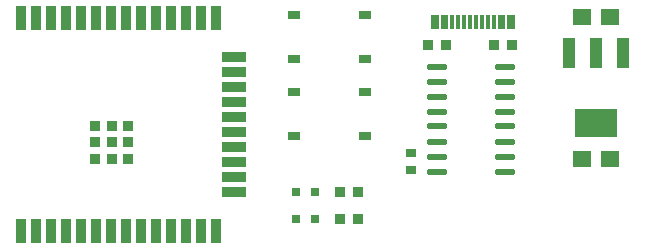
<source format=gtp>
G04 #@! TF.GenerationSoftware,KiCad,Pcbnew,8.0.7-8.0.7-0~ubuntu22.04.1*
G04 #@! TF.CreationDate,2025-01-18T09:20:26+01:00*
G04 #@! TF.ProjectId,esp32_boilerplate,65737033-325f-4626-9f69-6c6572706c61,rev?*
G04 #@! TF.SameCoordinates,Original*
G04 #@! TF.FileFunction,Paste,Top*
G04 #@! TF.FilePolarity,Positive*
%FSLAX46Y46*%
G04 Gerber Fmt 4.6, Leading zero omitted, Abs format (unit mm)*
G04 Created by KiCad (PCBNEW 8.0.7-8.0.7-0~ubuntu22.04.1) date 2025-01-18 09:20:26*
%MOMM*%
%LPD*%
G01*
G04 APERTURE LIST*
%ADD10R,1.100000X2.500000*%
%ADD11R,3.600000X2.340000*%
%ADD12R,0.300000X1.300000*%
%ADD13R,0.900000X0.800000*%
%ADD14R,0.950000X2.100000*%
%ADD15R,2.100000X0.950000*%
%ADD16R,0.900000X0.900000*%
%ADD17R,1.500000X1.360000*%
%ADD18R,0.810000X0.860000*%
%ADD19O,1.750000X0.560000*%
%ADD20R,1.000000X0.750000*%
%ADD21R,0.800000X0.800000*%
G04 APERTURE END LIST*
D10*
G04 #@! TO.C,U2*
X52900000Y-8852000D03*
X50600000Y-8852000D03*
X48300000Y-8852000D03*
D11*
X50600000Y-14792000D03*
G04 #@! TD*
D12*
G04 #@! TO.C,USBC1*
X43524000Y-6265500D03*
X42724000Y-6265500D03*
X41424000Y-6265500D03*
X40424000Y-6265500D03*
X39924000Y-6265500D03*
X38924000Y-6265500D03*
X37624000Y-6265500D03*
X36824000Y-6265500D03*
X37124000Y-6265500D03*
X37924000Y-6265500D03*
X38424000Y-6265500D03*
X39424000Y-6265500D03*
X40924000Y-6265500D03*
X41924000Y-6265500D03*
X42424000Y-6265500D03*
X43224000Y-6265500D03*
G04 #@! TD*
D13*
G04 #@! TO.C,C1*
X34930000Y-17350000D03*
X34930000Y-18750000D03*
G04 #@! TD*
D14*
G04 #@! TO.C,U3*
X1900000Y-23900000D03*
X3170000Y-23900000D03*
X4440000Y-23900000D03*
X5710000Y-23900000D03*
X6980000Y-23900000D03*
X8250000Y-23900000D03*
X9520000Y-23900000D03*
X10790000Y-23900000D03*
X12060000Y-23900000D03*
X13330000Y-23900000D03*
X14600000Y-23900000D03*
X15870000Y-23900000D03*
X17140000Y-23900000D03*
X18410000Y-23900000D03*
D15*
X19900000Y-20610000D03*
X19900000Y-19340000D03*
X19900000Y-18070000D03*
X19900000Y-16800000D03*
X19900000Y-15530000D03*
X19900000Y-14260000D03*
X19900000Y-12990000D03*
X19900000Y-11720000D03*
X19900000Y-10450000D03*
X19900000Y-9180000D03*
D14*
X18410000Y-5900000D03*
X17140000Y-5900000D03*
X15870000Y-5900000D03*
X14600000Y-5900000D03*
X13330000Y-5900000D03*
X12060000Y-5900000D03*
X10790000Y-5900000D03*
X9520000Y-5900000D03*
X8250000Y-5900000D03*
X6980000Y-5900000D03*
X5710000Y-5900000D03*
X4440000Y-5900000D03*
X3170000Y-5900000D03*
X1900000Y-5900000D03*
D16*
X8180000Y-15000000D03*
X8180000Y-16400000D03*
X8180000Y-17800000D03*
X9580000Y-15000000D03*
X9580000Y-16400000D03*
X9580000Y-17800000D03*
X10980000Y-15000000D03*
X10980000Y-16400000D03*
X10980000Y-17800000D03*
G04 #@! TD*
D17*
G04 #@! TO.C,C3*
X49400000Y-17800000D03*
X51800000Y-17800000D03*
G04 #@! TD*
D18*
G04 #@! TO.C,R3*
X30450000Y-22900000D03*
X28950000Y-22900000D03*
G04 #@! TD*
D19*
G04 #@! TO.C,U1*
X42900000Y-18900000D03*
X42900000Y-17630000D03*
X42900000Y-16360000D03*
X42900000Y-15080000D03*
X42900000Y-13820000D03*
X42900000Y-12550000D03*
X42900000Y-11280000D03*
X42900000Y-10010000D03*
X37160000Y-10010000D03*
X37160000Y-11280000D03*
X37160000Y-12550000D03*
X37160000Y-13820000D03*
X37160000Y-15080000D03*
X37160000Y-16360000D03*
X37160000Y-17630000D03*
X37160000Y-18900000D03*
G04 #@! TD*
D18*
G04 #@! TO.C,R1*
X36376000Y-8150000D03*
X37876000Y-8150000D03*
G04 #@! TD*
D20*
G04 #@! TO.C,SW2*
X25000000Y-12150000D03*
X31000000Y-12150000D03*
X25000000Y-15850000D03*
X31000000Y-15850000D03*
G04 #@! TD*
D18*
G04 #@! TO.C,R2*
X43480000Y-8150000D03*
X41980000Y-8150000D03*
G04 #@! TD*
D17*
G04 #@! TO.C,C2*
X49400000Y-5800000D03*
X51800000Y-5800000D03*
G04 #@! TD*
D21*
G04 #@! TO.C,LED2*
X26800000Y-20600000D03*
X25200000Y-20600000D03*
G04 #@! TD*
D18*
G04 #@! TO.C,R7*
X30450000Y-20600000D03*
X28950000Y-20600000D03*
G04 #@! TD*
D20*
G04 #@! TO.C,SW1*
X25000000Y-5650000D03*
X31000000Y-5650000D03*
X25000000Y-9350000D03*
X31000000Y-9350000D03*
G04 #@! TD*
D21*
G04 #@! TO.C,LED1*
X26800000Y-22913000D03*
X25200000Y-22913000D03*
G04 #@! TD*
M02*

</source>
